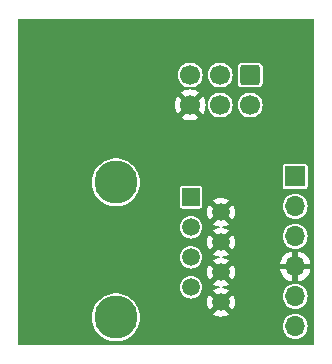
<source format=gbr>
%TF.GenerationSoftware,KiCad,Pcbnew,8.0.1*%
%TF.CreationDate,2024-05-12T19:39:20+02:00*%
%TF.ProjectId,lsx-1,6c73782d-312e-46b6-9963-61645f706362,1.0*%
%TF.SameCoordinates,Original*%
%TF.FileFunction,Copper,L2,Bot*%
%TF.FilePolarity,Positive*%
%FSLAX46Y46*%
G04 Gerber Fmt 4.6, Leading zero omitted, Abs format (unit mm)*
G04 Created by KiCad (PCBNEW 8.0.1) date 2024-05-12 19:39:20*
%MOMM*%
%LPD*%
G01*
G04 APERTURE LIST*
G04 Aperture macros list*
%AMRoundRect*
0 Rectangle with rounded corners*
0 $1 Rounding radius*
0 $2 $3 $4 $5 $6 $7 $8 $9 X,Y pos of 4 corners*
0 Add a 4 corners polygon primitive as box body*
4,1,4,$2,$3,$4,$5,$6,$7,$8,$9,$2,$3,0*
0 Add four circle primitives for the rounded corners*
1,1,$1+$1,$2,$3*
1,1,$1+$1,$4,$5*
1,1,$1+$1,$6,$7*
1,1,$1+$1,$8,$9*
0 Add four rect primitives between the rounded corners*
20,1,$1+$1,$2,$3,$4,$5,0*
20,1,$1+$1,$4,$5,$6,$7,0*
20,1,$1+$1,$6,$7,$8,$9,0*
20,1,$1+$1,$8,$9,$2,$3,0*%
G04 Aperture macros list end*
%TA.AperFunction,WasherPad*%
%ADD10C,3.650000*%
%TD*%
%TA.AperFunction,ComponentPad*%
%ADD11R,1.500000X1.500000*%
%TD*%
%TA.AperFunction,ComponentPad*%
%ADD12C,1.500000*%
%TD*%
%TA.AperFunction,ComponentPad*%
%ADD13R,1.700000X1.700000*%
%TD*%
%TA.AperFunction,ComponentPad*%
%ADD14O,1.700000X1.700000*%
%TD*%
%TA.AperFunction,ComponentPad*%
%ADD15RoundRect,0.250000X-0.600000X0.600000X-0.600000X-0.600000X0.600000X-0.600000X0.600000X0.600000X0*%
%TD*%
%TA.AperFunction,ComponentPad*%
%ADD16C,1.700000*%
%TD*%
G04 APERTURE END LIST*
D10*
%TO.P,J1,*%
%TO.N,*%
X84650000Y-62245000D03*
X84650000Y-73675000D03*
D11*
%TO.P,J1,1*%
%TO.N,+3.3V*%
X91000000Y-63515000D03*
D12*
%TO.P,J1,2*%
%TO.N,GND*%
X93540000Y-64785000D03*
%TO.P,J1,3*%
%TO.N,/UPDI*%
X91000000Y-66055000D03*
%TO.P,J1,4*%
%TO.N,GND*%
X93540000Y-67325001D03*
%TO.P,J1,5*%
%TO.N,/DIN*%
X91000000Y-68595000D03*
%TO.P,J1,6*%
%TO.N,GND*%
X93540000Y-69865000D03*
%TO.P,J1,7*%
%TO.N,/DOUT*%
X91000000Y-71135000D03*
%TO.P,J1,8*%
%TO.N,GND*%
X93540000Y-72405000D03*
%TD*%
D13*
%TO.P,J2,1,Pin_1*%
%TO.N,unconnected-(J2-Pin_1-Pad1)*%
X99825000Y-61740000D03*
D14*
%TO.P,J2,2,Pin_2*%
%TO.N,/DIN*%
X99825000Y-64280000D03*
%TO.P,J2,3,Pin_3*%
%TO.N,/DOUT*%
X99825000Y-66820000D03*
%TO.P,J2,4,Pin_4*%
%TO.N,GND*%
X99825000Y-69360000D03*
%TO.P,J2,5,Pin_5*%
%TO.N,unconnected-(J2-Pin_5-Pad5)*%
X99825000Y-71900000D03*
%TO.P,J2,6,Pin_6*%
%TO.N,unconnected-(J2-Pin_6-Pad6)*%
X99825000Y-74440000D03*
%TD*%
D15*
%TO.P,J3,1,Pin_1*%
%TO.N,/UPDI*%
X96012000Y-53162200D03*
D16*
%TO.P,J3,2,Pin_2*%
%TO.N,+3.3V*%
X96012000Y-55702200D03*
%TO.P,J3,3,Pin_3*%
%TO.N,unconnected-(J3-Pin_3-Pad3)*%
X93472000Y-53162200D03*
%TO.P,J3,4,Pin_4*%
%TO.N,unconnected-(J3-Pin_4-Pad4)*%
X93472000Y-55702200D03*
%TO.P,J3,5,Pin_5*%
%TO.N,unconnected-(J3-Pin_5-Pad5)*%
X90932000Y-53162200D03*
%TO.P,J3,6,Pin_6*%
%TO.N,GND*%
X90932000Y-55702200D03*
%TD*%
%TA.AperFunction,Conductor*%
%TO.N,GND*%
G36*
X101420238Y-48430493D02*
G01*
X101445958Y-48475042D01*
X101447100Y-48488100D01*
X101447100Y-75971900D01*
X101429507Y-76020238D01*
X101384958Y-76045958D01*
X101371900Y-76047100D01*
X76428100Y-76047100D01*
X76379762Y-76029507D01*
X76354042Y-75984958D01*
X76352900Y-75971900D01*
X76352900Y-73675000D01*
X82619767Y-73675000D01*
X82638677Y-73951450D01*
X82638677Y-73951454D01*
X82638678Y-73951456D01*
X82638678Y-73951458D01*
X82695052Y-74222743D01*
X82695056Y-74222755D01*
X82787846Y-74483847D01*
X82915331Y-74729878D01*
X83075122Y-74956253D01*
X83075125Y-74956256D01*
X83264258Y-75158767D01*
X83264262Y-75158770D01*
X83479202Y-75333637D01*
X83479209Y-75333642D01*
X83715958Y-75477612D01*
X83715965Y-75477616D01*
X83970106Y-75588005D01*
X83970109Y-75588006D01*
X83970116Y-75588009D01*
X84236937Y-75662769D01*
X84511452Y-75700500D01*
X84511458Y-75700500D01*
X84788542Y-75700500D01*
X84788548Y-75700500D01*
X85063063Y-75662769D01*
X85329884Y-75588009D01*
X85584039Y-75477614D01*
X85820795Y-75333639D01*
X86035742Y-75158767D01*
X86224875Y-74956256D01*
X86384670Y-74729876D01*
X86512153Y-74483847D01*
X86527736Y-74440000D01*
X98769417Y-74440000D01*
X98789699Y-74645932D01*
X98849765Y-74843947D01*
X98849770Y-74843959D01*
X98909795Y-74956256D01*
X98947315Y-75026450D01*
X99078590Y-75186410D01*
X99238550Y-75317685D01*
X99421046Y-75415232D01*
X99421050Y-75415233D01*
X99421052Y-75415234D01*
X99494778Y-75437598D01*
X99619066Y-75475300D01*
X99825000Y-75495583D01*
X100030934Y-75475300D01*
X100228954Y-75415232D01*
X100411450Y-75317685D01*
X100571410Y-75186410D01*
X100702685Y-75026450D01*
X100800232Y-74843954D01*
X100860300Y-74645934D01*
X100880583Y-74440000D01*
X100860300Y-74234066D01*
X100800232Y-74036046D01*
X100702685Y-73853550D01*
X100571410Y-73693590D01*
X100411450Y-73562315D01*
X100411445Y-73562312D01*
X100228959Y-73464770D01*
X100228947Y-73464765D01*
X100030932Y-73404699D01*
X99825000Y-73384417D01*
X99619067Y-73404699D01*
X99421052Y-73464765D01*
X99421040Y-73464770D01*
X99238554Y-73562312D01*
X99238549Y-73562315D01*
X99078590Y-73693590D01*
X98947315Y-73853549D01*
X98947312Y-73853554D01*
X98849770Y-74036040D01*
X98849765Y-74036052D01*
X98789699Y-74234067D01*
X98769417Y-74440000D01*
X86527736Y-74440000D01*
X86604946Y-74222750D01*
X86661323Y-73951450D01*
X86680233Y-73675000D01*
X86661323Y-73398550D01*
X86604946Y-73127250D01*
X86536728Y-72935300D01*
X86512153Y-72866152D01*
X86384668Y-72620121D01*
X86232821Y-72405000D01*
X92328189Y-72405000D01*
X92346598Y-72615424D01*
X92401270Y-72819463D01*
X92401271Y-72819467D01*
X92490538Y-73010902D01*
X92490541Y-73010906D01*
X92540068Y-73081639D01*
X92540070Y-73081639D01*
X93104257Y-72517452D01*
X93120667Y-72578694D01*
X93179910Y-72681306D01*
X93263694Y-72765090D01*
X93366306Y-72824333D01*
X93427545Y-72840742D01*
X92863358Y-73404929D01*
X92863359Y-73404930D01*
X92934093Y-73454458D01*
X92934097Y-73454461D01*
X93125532Y-73543728D01*
X93125536Y-73543729D01*
X93329575Y-73598401D01*
X93540000Y-73616810D01*
X93750424Y-73598401D01*
X93954463Y-73543729D01*
X93954467Y-73543728D01*
X94145903Y-73454461D01*
X94145903Y-73454460D01*
X94216639Y-73404930D01*
X94216640Y-73404929D01*
X93652454Y-72840742D01*
X93713694Y-72824333D01*
X93816306Y-72765090D01*
X93900090Y-72681306D01*
X93959333Y-72578694D01*
X93975742Y-72517453D01*
X94539929Y-73081640D01*
X94539930Y-73081639D01*
X94589460Y-73010903D01*
X94589461Y-73010903D01*
X94678728Y-72819467D01*
X94678729Y-72819463D01*
X94733401Y-72615424D01*
X94751810Y-72405000D01*
X94733401Y-72194575D01*
X94678729Y-71990536D01*
X94678728Y-71990532D01*
X94636512Y-71900000D01*
X98769417Y-71900000D01*
X98789699Y-72105932D01*
X98849765Y-72303947D01*
X98849770Y-72303959D01*
X98947312Y-72486445D01*
X98947315Y-72486450D01*
X99078590Y-72646410D01*
X99238550Y-72777685D01*
X99238554Y-72777687D01*
X99404060Y-72866153D01*
X99421046Y-72875232D01*
X99421050Y-72875233D01*
X99421052Y-72875234D01*
X99494778Y-72897598D01*
X99619066Y-72935300D01*
X99825000Y-72955583D01*
X100030934Y-72935300D01*
X100228954Y-72875232D01*
X100411450Y-72777685D01*
X100571410Y-72646410D01*
X100702685Y-72486450D01*
X100800232Y-72303954D01*
X100860300Y-72105934D01*
X100880583Y-71900000D01*
X100860300Y-71694066D01*
X100801584Y-71500502D01*
X100800234Y-71496052D01*
X100800229Y-71496040D01*
X100702687Y-71313554D01*
X100702684Y-71313549D01*
X100663884Y-71266271D01*
X100571410Y-71153590D01*
X100411450Y-71022315D01*
X100411445Y-71022312D01*
X100228959Y-70924770D01*
X100228947Y-70924765D01*
X100030932Y-70864699D01*
X99825000Y-70844417D01*
X99619067Y-70864699D01*
X99421052Y-70924765D01*
X99421040Y-70924770D01*
X99238554Y-71022312D01*
X99238549Y-71022315D01*
X99078590Y-71153590D01*
X98947315Y-71313549D01*
X98947312Y-71313554D01*
X98849770Y-71496040D01*
X98849765Y-71496052D01*
X98789699Y-71694067D01*
X98769417Y-71900000D01*
X94636512Y-71900000D01*
X94589460Y-71799097D01*
X94539929Y-71728360D01*
X94539928Y-71728359D01*
X93975742Y-72292545D01*
X93959333Y-72231306D01*
X93900090Y-72128694D01*
X93816306Y-72044910D01*
X93713694Y-71985667D01*
X93652453Y-71969257D01*
X94216639Y-71405070D01*
X94216639Y-71405068D01*
X94145906Y-71355541D01*
X94145902Y-71355538D01*
X93954467Y-71266271D01*
X93954463Y-71266270D01*
X93750424Y-71211598D01*
X93731170Y-71209914D01*
X93684550Y-71188175D01*
X93662810Y-71141555D01*
X93676124Y-71091867D01*
X93718260Y-71062362D01*
X93731170Y-71060086D01*
X93750424Y-71058401D01*
X93954463Y-71003729D01*
X93954467Y-71003728D01*
X94145903Y-70914461D01*
X94145903Y-70914460D01*
X94216639Y-70864930D01*
X94216640Y-70864929D01*
X93652454Y-70300742D01*
X93713694Y-70284333D01*
X93816306Y-70225090D01*
X93900090Y-70141306D01*
X93959333Y-70038694D01*
X93975742Y-69977453D01*
X94539929Y-70541640D01*
X94539930Y-70541639D01*
X94589460Y-70470903D01*
X94589461Y-70470903D01*
X94678728Y-70279467D01*
X94678729Y-70279463D01*
X94733401Y-70075424D01*
X94751810Y-69865000D01*
X94733401Y-69654575D01*
X94715723Y-69588600D01*
X98532940Y-69588600D01*
X98591941Y-69808795D01*
X98591943Y-69808799D01*
X98688604Y-70016091D01*
X98819797Y-70203455D01*
X98819808Y-70203468D01*
X98981531Y-70365191D01*
X98981544Y-70365202D01*
X99168908Y-70496395D01*
X99376200Y-70593056D01*
X99376204Y-70593057D01*
X99596400Y-70652058D01*
X99596400Y-69805367D01*
X99632007Y-69825925D01*
X99759174Y-69860000D01*
X99890826Y-69860000D01*
X100017993Y-69825925D01*
X100053600Y-69805367D01*
X100053600Y-70652058D01*
X100273795Y-70593057D01*
X100273799Y-70593056D01*
X100481091Y-70496395D01*
X100668455Y-70365202D01*
X100668468Y-70365191D01*
X100830191Y-70203468D01*
X100830202Y-70203455D01*
X100961395Y-70016091D01*
X101058056Y-69808799D01*
X101058058Y-69808795D01*
X101117060Y-69588600D01*
X100270367Y-69588600D01*
X100290925Y-69552993D01*
X100325000Y-69425826D01*
X100325000Y-69294174D01*
X100290925Y-69167007D01*
X100270367Y-69131400D01*
X101117060Y-69131400D01*
X101058058Y-68911204D01*
X101058056Y-68911200D01*
X100961395Y-68703909D01*
X100830195Y-68516535D01*
X100668468Y-68354808D01*
X100668455Y-68354797D01*
X100481091Y-68223604D01*
X100273799Y-68126943D01*
X100273795Y-68126941D01*
X100053600Y-68067940D01*
X100053600Y-68914632D01*
X100017993Y-68894075D01*
X99890826Y-68860000D01*
X99759174Y-68860000D01*
X99632007Y-68894075D01*
X99596400Y-68914632D01*
X99596400Y-68067940D01*
X99376204Y-68126941D01*
X99376200Y-68126943D01*
X99168909Y-68223604D01*
X98981535Y-68354804D01*
X98819804Y-68516535D01*
X98688604Y-68703909D01*
X98591943Y-68911200D01*
X98591941Y-68911204D01*
X98532940Y-69131400D01*
X99379633Y-69131400D01*
X99359075Y-69167007D01*
X99325000Y-69294174D01*
X99325000Y-69425826D01*
X99359075Y-69552993D01*
X99379633Y-69588600D01*
X98532940Y-69588600D01*
X94715723Y-69588600D01*
X94678729Y-69450536D01*
X94678728Y-69450532D01*
X94589460Y-69259097D01*
X94539929Y-69188360D01*
X94539928Y-69188359D01*
X93975742Y-69752545D01*
X93959333Y-69691306D01*
X93900090Y-69588694D01*
X93816306Y-69504910D01*
X93713694Y-69445667D01*
X93652453Y-69429257D01*
X94216639Y-68865070D01*
X94216639Y-68865068D01*
X94145906Y-68815541D01*
X94145902Y-68815538D01*
X93954467Y-68726271D01*
X93954463Y-68726270D01*
X93750424Y-68671598D01*
X93731175Y-68669914D01*
X93684555Y-68648173D01*
X93662816Y-68601553D01*
X93676131Y-68551866D01*
X93718268Y-68522362D01*
X93731178Y-68520086D01*
X93750423Y-68518402D01*
X93954463Y-68463730D01*
X93954467Y-68463729D01*
X94145903Y-68374462D01*
X94145903Y-68374461D01*
X94216639Y-68324931D01*
X94216640Y-68324930D01*
X93652454Y-67760743D01*
X93713694Y-67744334D01*
X93816306Y-67685091D01*
X93900090Y-67601307D01*
X93959333Y-67498695D01*
X93975742Y-67437454D01*
X94539929Y-68001641D01*
X94539930Y-68001640D01*
X94589460Y-67930904D01*
X94589461Y-67930904D01*
X94678728Y-67739468D01*
X94678729Y-67739464D01*
X94733401Y-67535425D01*
X94751810Y-67325001D01*
X94733401Y-67114576D01*
X94678729Y-66910537D01*
X94678728Y-66910533D01*
X94636512Y-66820000D01*
X98769417Y-66820000D01*
X98789699Y-67025932D01*
X98849765Y-67223947D01*
X98849770Y-67223959D01*
X98903779Y-67325001D01*
X98947315Y-67406450D01*
X99078590Y-67566410D01*
X99238550Y-67697685D01*
X99421046Y-67795232D01*
X99421050Y-67795233D01*
X99421052Y-67795234D01*
X99494778Y-67817598D01*
X99619066Y-67855300D01*
X99825000Y-67875583D01*
X100030934Y-67855300D01*
X100228954Y-67795232D01*
X100411450Y-67697685D01*
X100571410Y-67566410D01*
X100702685Y-67406450D01*
X100800232Y-67223954D01*
X100860300Y-67025934D01*
X100880583Y-66820000D01*
X100860300Y-66614066D01*
X100801584Y-66420502D01*
X100800234Y-66416052D01*
X100800229Y-66416040D01*
X100702687Y-66233554D01*
X100702684Y-66233549D01*
X100619016Y-66131599D01*
X100571410Y-66073590D01*
X100411450Y-65942315D01*
X100411445Y-65942312D01*
X100228959Y-65844770D01*
X100228947Y-65844765D01*
X100030932Y-65784699D01*
X99825000Y-65764417D01*
X99619067Y-65784699D01*
X99421052Y-65844765D01*
X99421040Y-65844770D01*
X99238554Y-65942312D01*
X99238549Y-65942315D01*
X99078590Y-66073590D01*
X98947315Y-66233549D01*
X98947312Y-66233554D01*
X98849770Y-66416040D01*
X98849765Y-66416052D01*
X98789699Y-66614067D01*
X98769417Y-66820000D01*
X94636512Y-66820000D01*
X94589460Y-66719098D01*
X94539929Y-66648361D01*
X94539928Y-66648360D01*
X93975742Y-67212546D01*
X93959333Y-67151307D01*
X93900090Y-67048695D01*
X93816306Y-66964911D01*
X93713694Y-66905668D01*
X93652453Y-66889258D01*
X94216639Y-66325071D01*
X94216639Y-66325069D01*
X94145906Y-66275542D01*
X94145902Y-66275539D01*
X93954467Y-66186272D01*
X93954463Y-66186271D01*
X93750424Y-66131599D01*
X93731163Y-66129914D01*
X93684544Y-66108173D01*
X93662805Y-66061553D01*
X93676120Y-66011866D01*
X93718257Y-65982362D01*
X93731167Y-65980086D01*
X93750423Y-65978401D01*
X93954463Y-65923729D01*
X93954467Y-65923728D01*
X94145903Y-65834461D01*
X94145903Y-65834460D01*
X94216639Y-65784930D01*
X94216640Y-65784929D01*
X93652454Y-65220742D01*
X93713694Y-65204333D01*
X93816306Y-65145090D01*
X93900090Y-65061306D01*
X93959333Y-64958694D01*
X93975742Y-64897453D01*
X94539929Y-65461640D01*
X94539930Y-65461639D01*
X94589460Y-65390903D01*
X94589461Y-65390903D01*
X94678728Y-65199467D01*
X94678729Y-65199463D01*
X94733401Y-64995424D01*
X94751810Y-64785000D01*
X94733401Y-64574575D01*
X94678729Y-64370536D01*
X94678728Y-64370532D01*
X94636512Y-64280000D01*
X98769417Y-64280000D01*
X98789699Y-64485932D01*
X98849765Y-64683947D01*
X98849770Y-64683959D01*
X98947312Y-64866445D01*
X98947315Y-64866450D01*
X99078590Y-65026410D01*
X99238550Y-65157685D01*
X99238554Y-65157687D01*
X99325821Y-65204333D01*
X99421046Y-65255232D01*
X99421050Y-65255233D01*
X99421052Y-65255234D01*
X99494778Y-65277598D01*
X99619066Y-65315300D01*
X99825000Y-65335583D01*
X100030934Y-65315300D01*
X100228954Y-65255232D01*
X100411450Y-65157685D01*
X100571410Y-65026410D01*
X100702685Y-64866450D01*
X100800232Y-64683954D01*
X100860300Y-64485934D01*
X100880583Y-64280000D01*
X100860300Y-64074066D01*
X100800232Y-63876046D01*
X100702685Y-63693550D01*
X100571410Y-63533590D01*
X100411450Y-63402315D01*
X100411445Y-63402312D01*
X100228959Y-63304770D01*
X100228947Y-63304765D01*
X100030932Y-63244699D01*
X99825000Y-63224417D01*
X99619067Y-63244699D01*
X99421052Y-63304765D01*
X99421040Y-63304770D01*
X99238554Y-63402312D01*
X99238549Y-63402315D01*
X99078590Y-63533590D01*
X98947315Y-63693549D01*
X98947312Y-63693554D01*
X98849770Y-63876040D01*
X98849765Y-63876052D01*
X98789699Y-64074067D01*
X98769417Y-64280000D01*
X94636512Y-64280000D01*
X94589460Y-64179097D01*
X94539929Y-64108360D01*
X94539928Y-64108359D01*
X93975742Y-64672545D01*
X93959333Y-64611306D01*
X93900090Y-64508694D01*
X93816306Y-64424910D01*
X93713694Y-64365667D01*
X93652453Y-64349257D01*
X94216639Y-63785070D01*
X94216639Y-63785068D01*
X94145906Y-63735541D01*
X94145902Y-63735538D01*
X93954467Y-63646271D01*
X93954463Y-63646270D01*
X93750424Y-63591598D01*
X93540000Y-63573189D01*
X93329575Y-63591598D01*
X93125536Y-63646270D01*
X93125532Y-63646271D01*
X92934101Y-63735537D01*
X92863359Y-63785070D01*
X93427546Y-64349257D01*
X93366306Y-64365667D01*
X93263694Y-64424910D01*
X93179910Y-64508694D01*
X93120667Y-64611306D01*
X93104257Y-64672546D01*
X92540070Y-64108359D01*
X92490537Y-64179101D01*
X92401271Y-64370532D01*
X92401270Y-64370536D01*
X92346598Y-64574575D01*
X92328189Y-64785000D01*
X92346598Y-64995424D01*
X92401270Y-65199463D01*
X92401271Y-65199467D01*
X92490538Y-65390902D01*
X92490541Y-65390906D01*
X92540068Y-65461639D01*
X92540070Y-65461639D01*
X93104257Y-64897452D01*
X93120667Y-64958694D01*
X93179910Y-65061306D01*
X93263694Y-65145090D01*
X93366306Y-65204333D01*
X93427545Y-65220742D01*
X92863358Y-65784929D01*
X92863359Y-65784930D01*
X92934093Y-65834458D01*
X92934097Y-65834461D01*
X93125532Y-65923728D01*
X93125536Y-65923729D01*
X93329575Y-65978401D01*
X93348833Y-65980086D01*
X93395453Y-66001824D01*
X93417194Y-66048444D01*
X93403881Y-66098132D01*
X93361745Y-66127637D01*
X93348836Y-66129914D01*
X93329575Y-66131599D01*
X93125536Y-66186271D01*
X93125532Y-66186272D01*
X92934101Y-66275538D01*
X92863359Y-66325071D01*
X93427546Y-66889258D01*
X93366306Y-66905668D01*
X93263694Y-66964911D01*
X93179910Y-67048695D01*
X93120667Y-67151307D01*
X93104257Y-67212547D01*
X92540070Y-66648360D01*
X92490537Y-66719102D01*
X92401271Y-66910533D01*
X92401270Y-66910537D01*
X92346598Y-67114576D01*
X92328189Y-67325001D01*
X92346598Y-67535425D01*
X92401270Y-67739464D01*
X92401271Y-67739468D01*
X92490538Y-67930903D01*
X92490541Y-67930907D01*
X92540068Y-68001640D01*
X92540070Y-68001640D01*
X93104257Y-67437453D01*
X93120667Y-67498695D01*
X93179910Y-67601307D01*
X93263694Y-67685091D01*
X93366306Y-67744334D01*
X93427545Y-67760743D01*
X92863358Y-68324930D01*
X92863359Y-68324931D01*
X92934093Y-68374459D01*
X92934097Y-68374462D01*
X93125532Y-68463729D01*
X93125536Y-68463730D01*
X93329576Y-68518402D01*
X93348821Y-68520086D01*
X93395442Y-68541824D01*
X93417183Y-68588444D01*
X93403870Y-68638132D01*
X93361734Y-68667637D01*
X93348825Y-68669914D01*
X93329575Y-68671598D01*
X93125536Y-68726270D01*
X93125532Y-68726271D01*
X92934101Y-68815537D01*
X92863359Y-68865070D01*
X93427546Y-69429257D01*
X93366306Y-69445667D01*
X93263694Y-69504910D01*
X93179910Y-69588694D01*
X93120667Y-69691306D01*
X93104257Y-69752546D01*
X92540070Y-69188359D01*
X92490537Y-69259101D01*
X92401271Y-69450532D01*
X92401270Y-69450536D01*
X92346598Y-69654575D01*
X92328189Y-69865000D01*
X92346598Y-70075424D01*
X92401270Y-70279463D01*
X92401271Y-70279467D01*
X92490538Y-70470902D01*
X92490541Y-70470906D01*
X92540068Y-70541639D01*
X92540070Y-70541639D01*
X93104257Y-69977452D01*
X93120667Y-70038694D01*
X93179910Y-70141306D01*
X93263694Y-70225090D01*
X93366306Y-70284333D01*
X93427545Y-70300742D01*
X92863358Y-70864929D01*
X92863359Y-70864930D01*
X92934093Y-70914458D01*
X92934097Y-70914461D01*
X93125532Y-71003728D01*
X93125536Y-71003729D01*
X93329575Y-71058401D01*
X93348829Y-71060086D01*
X93395449Y-71081825D01*
X93417189Y-71128446D01*
X93403875Y-71178133D01*
X93361738Y-71207638D01*
X93348829Y-71209914D01*
X93329575Y-71211598D01*
X93125536Y-71266270D01*
X93125532Y-71266271D01*
X92934101Y-71355537D01*
X92863359Y-71405070D01*
X93427546Y-71969257D01*
X93366306Y-71985667D01*
X93263694Y-72044910D01*
X93179910Y-72128694D01*
X93120667Y-72231306D01*
X93104257Y-72292546D01*
X92540070Y-71728359D01*
X92490537Y-71799101D01*
X92401271Y-71990532D01*
X92401270Y-71990536D01*
X92346598Y-72194575D01*
X92328189Y-72405000D01*
X86232821Y-72405000D01*
X86224877Y-72393746D01*
X86035748Y-72191239D01*
X86035745Y-72191236D01*
X86035742Y-72191233D01*
X85958871Y-72128694D01*
X85820797Y-72016362D01*
X85820790Y-72016357D01*
X85584041Y-71872387D01*
X85584034Y-71872383D01*
X85329893Y-71761994D01*
X85329884Y-71761991D01*
X85063063Y-71687231D01*
X84788548Y-71649500D01*
X84511452Y-71649500D01*
X84276153Y-71681840D01*
X84236936Y-71687231D01*
X83970115Y-71761991D01*
X83970106Y-71761994D01*
X83715965Y-71872383D01*
X83715958Y-71872387D01*
X83479209Y-72016357D01*
X83479202Y-72016362D01*
X83264262Y-72191229D01*
X83264251Y-72191239D01*
X83075122Y-72393746D01*
X82915331Y-72620121D01*
X82787846Y-72866152D01*
X82695056Y-73127244D01*
X82695052Y-73127256D01*
X82638678Y-73398541D01*
X82638678Y-73398543D01*
X82638677Y-73398550D01*
X82619767Y-73675000D01*
X76352900Y-73675000D01*
X76352900Y-71135000D01*
X90044901Y-71135000D01*
X90063252Y-71321327D01*
X90117604Y-71500502D01*
X90205865Y-71665627D01*
X90324642Y-71810357D01*
X90469372Y-71929134D01*
X90469373Y-71929134D01*
X90469375Y-71929136D01*
X90575138Y-71985667D01*
X90632564Y-72016362D01*
X90634499Y-72017396D01*
X90813669Y-72071747D01*
X91000000Y-72090099D01*
X91186331Y-72071747D01*
X91365501Y-72017396D01*
X91530625Y-71929136D01*
X91675357Y-71810357D01*
X91794136Y-71665625D01*
X91882396Y-71500501D01*
X91936747Y-71321331D01*
X91955099Y-71135000D01*
X91936747Y-70948669D01*
X91882396Y-70769499D01*
X91794136Y-70604375D01*
X91784847Y-70593056D01*
X91675357Y-70459642D01*
X91530627Y-70340865D01*
X91365502Y-70252604D01*
X91317121Y-70237928D01*
X91186331Y-70198253D01*
X91186326Y-70198252D01*
X91186329Y-70198252D01*
X91000000Y-70179901D01*
X90813672Y-70198252D01*
X90634497Y-70252604D01*
X90469372Y-70340865D01*
X90324642Y-70459642D01*
X90205865Y-70604372D01*
X90117604Y-70769497D01*
X90063252Y-70948672D01*
X90044901Y-71135000D01*
X76352900Y-71135000D01*
X76352900Y-68595000D01*
X90044901Y-68595000D01*
X90063252Y-68781327D01*
X90117604Y-68960502D01*
X90205865Y-69125627D01*
X90324642Y-69270357D01*
X90469372Y-69389134D01*
X90469373Y-69389134D01*
X90469375Y-69389136D01*
X90634499Y-69477396D01*
X90813669Y-69531747D01*
X91000000Y-69550099D01*
X91186331Y-69531747D01*
X91365501Y-69477396D01*
X91530625Y-69389136D01*
X91675357Y-69270357D01*
X91794136Y-69125625D01*
X91882396Y-68960501D01*
X91936747Y-68781331D01*
X91955099Y-68595000D01*
X91936747Y-68408669D01*
X91882396Y-68229499D01*
X91794136Y-68064375D01*
X91794134Y-68064372D01*
X91675357Y-67919642D01*
X91530627Y-67800865D01*
X91365502Y-67712604D01*
X91274803Y-67685091D01*
X91186331Y-67658253D01*
X91186326Y-67658252D01*
X91186329Y-67658252D01*
X91000000Y-67639901D01*
X90813672Y-67658252D01*
X90634497Y-67712604D01*
X90469372Y-67800865D01*
X90324642Y-67919642D01*
X90205865Y-68064372D01*
X90117604Y-68229497D01*
X90063252Y-68408672D01*
X90044901Y-68595000D01*
X76352900Y-68595000D01*
X76352900Y-66055000D01*
X90044901Y-66055000D01*
X90063252Y-66241327D01*
X90117604Y-66420502D01*
X90205865Y-66585627D01*
X90324642Y-66730357D01*
X90469372Y-66849134D01*
X90469373Y-66849134D01*
X90469375Y-66849136D01*
X90634499Y-66937396D01*
X90813669Y-66991747D01*
X91000000Y-67010099D01*
X91186331Y-66991747D01*
X91365501Y-66937396D01*
X91530625Y-66849136D01*
X91675357Y-66730357D01*
X91794136Y-66585625D01*
X91882396Y-66420501D01*
X91936747Y-66241331D01*
X91955099Y-66055000D01*
X91936747Y-65868669D01*
X91882396Y-65689499D01*
X91794136Y-65524375D01*
X91794134Y-65524372D01*
X91675357Y-65379642D01*
X91530627Y-65260865D01*
X91365502Y-65172604D01*
X91316317Y-65157684D01*
X91186331Y-65118253D01*
X91186326Y-65118252D01*
X91186329Y-65118252D01*
X91000000Y-65099901D01*
X90813672Y-65118252D01*
X90634497Y-65172604D01*
X90469372Y-65260865D01*
X90324642Y-65379642D01*
X90205865Y-65524372D01*
X90117604Y-65689497D01*
X90063252Y-65868672D01*
X90044901Y-66055000D01*
X76352900Y-66055000D01*
X76352900Y-64284748D01*
X90049500Y-64284748D01*
X90061132Y-64343229D01*
X90061133Y-64343231D01*
X90105448Y-64409552D01*
X90171769Y-64453867D01*
X90201010Y-64459683D01*
X90230251Y-64465500D01*
X90230252Y-64465500D01*
X91769749Y-64465500D01*
X91789242Y-64461622D01*
X91828231Y-64453867D01*
X91894552Y-64409552D01*
X91938867Y-64343231D01*
X91950500Y-64284748D01*
X91950500Y-62745252D01*
X91948371Y-62734551D01*
X91938867Y-62686770D01*
X91938866Y-62686768D01*
X91926480Y-62668231D01*
X91894552Y-62620448D01*
X91878539Y-62609748D01*
X98774500Y-62609748D01*
X98786132Y-62668229D01*
X98786133Y-62668231D01*
X98830448Y-62734552D01*
X98896769Y-62778867D01*
X98926010Y-62784683D01*
X98955251Y-62790500D01*
X98955252Y-62790500D01*
X100694749Y-62790500D01*
X100714242Y-62786622D01*
X100753231Y-62778867D01*
X100819552Y-62734552D01*
X100863867Y-62668231D01*
X100875500Y-62609748D01*
X100875500Y-60870252D01*
X100863867Y-60811769D01*
X100819552Y-60745448D01*
X100753231Y-60701133D01*
X100753229Y-60701132D01*
X100694749Y-60689500D01*
X100694748Y-60689500D01*
X98955252Y-60689500D01*
X98955251Y-60689500D01*
X98896770Y-60701132D01*
X98896768Y-60701133D01*
X98830448Y-60745448D01*
X98786133Y-60811768D01*
X98786132Y-60811770D01*
X98774500Y-60870251D01*
X98774500Y-62609748D01*
X91878539Y-62609748D01*
X91828231Y-62576133D01*
X91828229Y-62576132D01*
X91769749Y-62564500D01*
X91769748Y-62564500D01*
X90230252Y-62564500D01*
X90230251Y-62564500D01*
X90171770Y-62576132D01*
X90171768Y-62576133D01*
X90105448Y-62620448D01*
X90061133Y-62686768D01*
X90061132Y-62686770D01*
X90049500Y-62745251D01*
X90049500Y-64284748D01*
X76352900Y-64284748D01*
X76352900Y-62245000D01*
X82619767Y-62245000D01*
X82638677Y-62521450D01*
X82638677Y-62521454D01*
X82638678Y-62521456D01*
X82638678Y-62521458D01*
X82695052Y-62792743D01*
X82695056Y-62792755D01*
X82787846Y-63053847D01*
X82915331Y-63299878D01*
X83075122Y-63526253D01*
X83231366Y-63693549D01*
X83264258Y-63728767D01*
X83333461Y-63785068D01*
X83479202Y-63903637D01*
X83479209Y-63903642D01*
X83715958Y-64047612D01*
X83715965Y-64047616D01*
X83970106Y-64158005D01*
X83970109Y-64158006D01*
X83970116Y-64158009D01*
X84236937Y-64232769D01*
X84511452Y-64270500D01*
X84511458Y-64270500D01*
X84788542Y-64270500D01*
X84788548Y-64270500D01*
X85063063Y-64232769D01*
X85329884Y-64158009D01*
X85584039Y-64047614D01*
X85820795Y-63903639D01*
X86035742Y-63728767D01*
X86224875Y-63526256D01*
X86384670Y-63299876D01*
X86512153Y-63053847D01*
X86604946Y-62792750D01*
X86661323Y-62521450D01*
X86680233Y-62245000D01*
X86661323Y-61968550D01*
X86604946Y-61697250D01*
X86512153Y-61436153D01*
X86512153Y-61436152D01*
X86384668Y-61190121D01*
X86224877Y-60963746D01*
X86035748Y-60761239D01*
X86035745Y-60761236D01*
X86035742Y-60761233D01*
X85947570Y-60689500D01*
X85820797Y-60586362D01*
X85820790Y-60586357D01*
X85584041Y-60442387D01*
X85584034Y-60442383D01*
X85329893Y-60331994D01*
X85329884Y-60331991D01*
X85063063Y-60257231D01*
X84788548Y-60219500D01*
X84511452Y-60219500D01*
X84276153Y-60251840D01*
X84236936Y-60257231D01*
X83970115Y-60331991D01*
X83970106Y-60331994D01*
X83715965Y-60442383D01*
X83715958Y-60442387D01*
X83479209Y-60586357D01*
X83479202Y-60586362D01*
X83264262Y-60761229D01*
X83264251Y-60761239D01*
X83075122Y-60963746D01*
X82915331Y-61190121D01*
X82787846Y-61436152D01*
X82695056Y-61697244D01*
X82695052Y-61697256D01*
X82638678Y-61968541D01*
X82638678Y-61968543D01*
X82638677Y-61968550D01*
X82619767Y-62245000D01*
X76352900Y-62245000D01*
X76352900Y-55702200D01*
X89619807Y-55702200D01*
X89639741Y-55930055D01*
X89698942Y-56150995D01*
X89698943Y-56150999D01*
X89795606Y-56358294D01*
X89795610Y-56358301D01*
X89860267Y-56450641D01*
X89860269Y-56450641D01*
X90455433Y-55855477D01*
X90466075Y-55895193D01*
X90531901Y-56009207D01*
X90624993Y-56102299D01*
X90739007Y-56168125D01*
X90778721Y-56178766D01*
X90183556Y-56773930D01*
X90183557Y-56773931D01*
X90275902Y-56838591D01*
X90275906Y-56838594D01*
X90483200Y-56935256D01*
X90483204Y-56935257D01*
X90704144Y-56994458D01*
X90932000Y-57014392D01*
X91159855Y-56994458D01*
X91380795Y-56935257D01*
X91380799Y-56935256D01*
X91588094Y-56838594D01*
X91588094Y-56838593D01*
X91680441Y-56773931D01*
X91680442Y-56773930D01*
X91085278Y-56178766D01*
X91124993Y-56168125D01*
X91239007Y-56102299D01*
X91332099Y-56009207D01*
X91397925Y-55895193D01*
X91408566Y-55855478D01*
X92003730Y-56450642D01*
X92003731Y-56450641D01*
X92068393Y-56358294D01*
X92068394Y-56358294D01*
X92165056Y-56150999D01*
X92165057Y-56150995D01*
X92224258Y-55930055D01*
X92244192Y-55702200D01*
X92416417Y-55702200D01*
X92436699Y-55908132D01*
X92496765Y-56106147D01*
X92496770Y-56106159D01*
X92520736Y-56150995D01*
X92594315Y-56288650D01*
X92725590Y-56448610D01*
X92885550Y-56579885D01*
X93068046Y-56677432D01*
X93068050Y-56677433D01*
X93068052Y-56677434D01*
X93141778Y-56699798D01*
X93266066Y-56737500D01*
X93472000Y-56757783D01*
X93677934Y-56737500D01*
X93875954Y-56677432D01*
X94058450Y-56579885D01*
X94218410Y-56448610D01*
X94349685Y-56288650D01*
X94447232Y-56106154D01*
X94507300Y-55908134D01*
X94527583Y-55702200D01*
X94956417Y-55702200D01*
X94976699Y-55908132D01*
X95036765Y-56106147D01*
X95036770Y-56106159D01*
X95060736Y-56150995D01*
X95134315Y-56288650D01*
X95265590Y-56448610D01*
X95425550Y-56579885D01*
X95608046Y-56677432D01*
X95608050Y-56677433D01*
X95608052Y-56677434D01*
X95681778Y-56699798D01*
X95806066Y-56737500D01*
X96012000Y-56757783D01*
X96217934Y-56737500D01*
X96415954Y-56677432D01*
X96598450Y-56579885D01*
X96758410Y-56448610D01*
X96889685Y-56288650D01*
X96987232Y-56106154D01*
X97047300Y-55908134D01*
X97067583Y-55702200D01*
X97047300Y-55496266D01*
X97009598Y-55371978D01*
X96987234Y-55298252D01*
X96987229Y-55298240D01*
X96889687Y-55115754D01*
X96889684Y-55115749D01*
X96758410Y-54955790D01*
X96598450Y-54824515D01*
X96598445Y-54824512D01*
X96415959Y-54726970D01*
X96415947Y-54726965D01*
X96217932Y-54666899D01*
X96012000Y-54646617D01*
X95806067Y-54666899D01*
X95608052Y-54726965D01*
X95608040Y-54726970D01*
X95425554Y-54824512D01*
X95425549Y-54824515D01*
X95265590Y-54955790D01*
X95134315Y-55115749D01*
X95134312Y-55115754D01*
X95036770Y-55298240D01*
X95036765Y-55298252D01*
X94976699Y-55496267D01*
X94956417Y-55702200D01*
X94527583Y-55702200D01*
X94507300Y-55496266D01*
X94469598Y-55371978D01*
X94447234Y-55298252D01*
X94447229Y-55298240D01*
X94349687Y-55115754D01*
X94349684Y-55115749D01*
X94218410Y-54955790D01*
X94058450Y-54824515D01*
X94058445Y-54824512D01*
X93875959Y-54726970D01*
X93875947Y-54726965D01*
X93677932Y-54666899D01*
X93472000Y-54646617D01*
X93266067Y-54666899D01*
X93068052Y-54726965D01*
X93068040Y-54726970D01*
X92885554Y-54824512D01*
X92885549Y-54824515D01*
X92725590Y-54955790D01*
X92594315Y-55115749D01*
X92594312Y-55115754D01*
X92496770Y-55298240D01*
X92496765Y-55298252D01*
X92436699Y-55496267D01*
X92416417Y-55702200D01*
X92244192Y-55702200D01*
X92224258Y-55474344D01*
X92165057Y-55253404D01*
X92165056Y-55253400D01*
X92068393Y-55046106D01*
X92003730Y-54953758D01*
X92003729Y-54953757D01*
X91408566Y-55548920D01*
X91397925Y-55509207D01*
X91332099Y-55395193D01*
X91239007Y-55302101D01*
X91124993Y-55236275D01*
X91085278Y-55225633D01*
X91680441Y-54630469D01*
X91680441Y-54630467D01*
X91588101Y-54565810D01*
X91588094Y-54565806D01*
X91380799Y-54469143D01*
X91380795Y-54469142D01*
X91159855Y-54409941D01*
X90932000Y-54390007D01*
X90704144Y-54409941D01*
X90483204Y-54469142D01*
X90483200Y-54469143D01*
X90275907Y-54565805D01*
X90275903Y-54565808D01*
X90183558Y-54630468D01*
X90183557Y-54630469D01*
X90778721Y-55225633D01*
X90739007Y-55236275D01*
X90624993Y-55302101D01*
X90531901Y-55395193D01*
X90466075Y-55509207D01*
X90455433Y-55548921D01*
X89860269Y-54953757D01*
X89860268Y-54953758D01*
X89795608Y-55046103D01*
X89795605Y-55046107D01*
X89698943Y-55253400D01*
X89698942Y-55253404D01*
X89639741Y-55474344D01*
X89619807Y-55702200D01*
X76352900Y-55702200D01*
X76352900Y-53162200D01*
X89876417Y-53162200D01*
X89896699Y-53368132D01*
X89956765Y-53566147D01*
X89956770Y-53566159D01*
X90054312Y-53748645D01*
X90054315Y-53748650D01*
X90185590Y-53908610D01*
X90345550Y-54039885D01*
X90528046Y-54137432D01*
X90528050Y-54137433D01*
X90528052Y-54137434D01*
X90601778Y-54159798D01*
X90726066Y-54197500D01*
X90932000Y-54217783D01*
X91137934Y-54197500D01*
X91335954Y-54137432D01*
X91518450Y-54039885D01*
X91678410Y-53908610D01*
X91809685Y-53748650D01*
X91907232Y-53566154D01*
X91967300Y-53368134D01*
X91987583Y-53162200D01*
X92416417Y-53162200D01*
X92436699Y-53368132D01*
X92496765Y-53566147D01*
X92496770Y-53566159D01*
X92594312Y-53748645D01*
X92594315Y-53748650D01*
X92725590Y-53908610D01*
X92885550Y-54039885D01*
X93068046Y-54137432D01*
X93068050Y-54137433D01*
X93068052Y-54137434D01*
X93141778Y-54159798D01*
X93266066Y-54197500D01*
X93472000Y-54217783D01*
X93677934Y-54197500D01*
X93875954Y-54137432D01*
X94058450Y-54039885D01*
X94218410Y-53908610D01*
X94294024Y-53816473D01*
X94961500Y-53816473D01*
X94964353Y-53846892D01*
X94964354Y-53846899D01*
X94964355Y-53846901D01*
X95009205Y-53975079D01*
X95009207Y-53975082D01*
X95089850Y-54084350D01*
X95161777Y-54137434D01*
X95199117Y-54164992D01*
X95199120Y-54164994D01*
X95229889Y-54175760D01*
X95327301Y-54209846D01*
X95341347Y-54211163D01*
X95357727Y-54212700D01*
X95357734Y-54212700D01*
X96666272Y-54212700D01*
X96680312Y-54211382D01*
X96696699Y-54209846D01*
X96824882Y-54164993D01*
X96934150Y-54084350D01*
X97014793Y-53975082D01*
X97059646Y-53846899D01*
X97061073Y-53831682D01*
X97062500Y-53816473D01*
X97062500Y-52507926D01*
X97060869Y-52490543D01*
X97059646Y-52477501D01*
X97014793Y-52349318D01*
X96934150Y-52240050D01*
X96824882Y-52159407D01*
X96824879Y-52159405D01*
X96727470Y-52125321D01*
X96696699Y-52114554D01*
X96696694Y-52114553D01*
X96696692Y-52114553D01*
X96666273Y-52111700D01*
X96666266Y-52111700D01*
X95357734Y-52111700D01*
X95357727Y-52111700D01*
X95327307Y-52114553D01*
X95327303Y-52114553D01*
X95327301Y-52114554D01*
X95327298Y-52114554D01*
X95327298Y-52114555D01*
X95199120Y-52159405D01*
X95199117Y-52159407D01*
X95089850Y-52240050D01*
X95009207Y-52349317D01*
X95009205Y-52349320D01*
X94964355Y-52477498D01*
X94964353Y-52477507D01*
X94961500Y-52507926D01*
X94961500Y-53816473D01*
X94294024Y-53816473D01*
X94349685Y-53748650D01*
X94447232Y-53566154D01*
X94507300Y-53368134D01*
X94527583Y-53162200D01*
X94507300Y-52956266D01*
X94447232Y-52758246D01*
X94349685Y-52575750D01*
X94218410Y-52415790D01*
X94058450Y-52284515D01*
X94058445Y-52284512D01*
X93875959Y-52186970D01*
X93875947Y-52186965D01*
X93677932Y-52126899D01*
X93472000Y-52106617D01*
X93266067Y-52126899D01*
X93068052Y-52186965D01*
X93068040Y-52186970D01*
X92885554Y-52284512D01*
X92885549Y-52284515D01*
X92725590Y-52415790D01*
X92594315Y-52575749D01*
X92594312Y-52575754D01*
X92496770Y-52758240D01*
X92496765Y-52758252D01*
X92436699Y-52956267D01*
X92416417Y-53162200D01*
X91987583Y-53162200D01*
X91967300Y-52956266D01*
X91907232Y-52758246D01*
X91809685Y-52575750D01*
X91678410Y-52415790D01*
X91518450Y-52284515D01*
X91518445Y-52284512D01*
X91335959Y-52186970D01*
X91335947Y-52186965D01*
X91137932Y-52126899D01*
X90932000Y-52106617D01*
X90726067Y-52126899D01*
X90528052Y-52186965D01*
X90528040Y-52186970D01*
X90345554Y-52284512D01*
X90345549Y-52284515D01*
X90185590Y-52415790D01*
X90054315Y-52575749D01*
X90054312Y-52575754D01*
X89956770Y-52758240D01*
X89956765Y-52758252D01*
X89896699Y-52956267D01*
X89876417Y-53162200D01*
X76352900Y-53162200D01*
X76352900Y-48488100D01*
X76370493Y-48439762D01*
X76415042Y-48414042D01*
X76428100Y-48412900D01*
X101371900Y-48412900D01*
X101420238Y-48430493D01*
G37*
%TD.AperFunction*%
%TD*%
M02*

</source>
